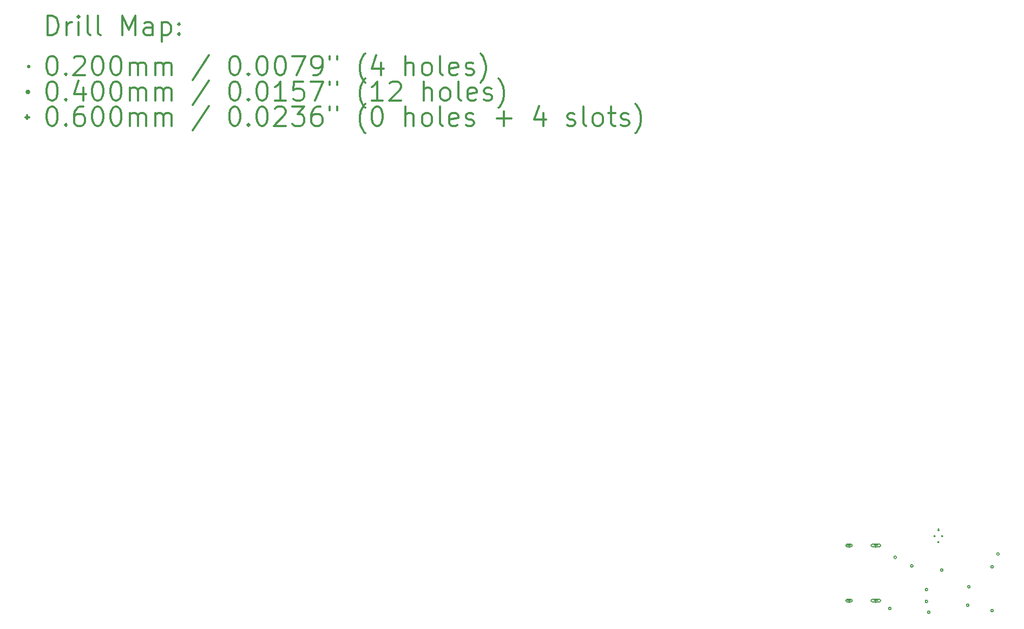
<source format=gbr>
%FSLAX45Y45*%
G04 Gerber Fmt 4.5, Leading zero omitted, Abs format (unit mm)*
G04 Created by KiCad (PCBNEW (5.1.10-1-10_14)) date 2021-09-30 00:00:13*
%MOMM*%
%LPD*%
G01*
G04 APERTURE LIST*
%ADD10C,0.200000*%
%ADD11C,0.300000*%
G04 APERTURE END LIST*
D10*
X14156500Y-8295800D02*
X14176500Y-8315800D01*
X14176500Y-8295800D02*
X14156500Y-8315800D01*
X14214000Y-8200800D02*
X14234000Y-8220800D01*
X14234000Y-8200800D02*
X14214000Y-8220800D01*
X14214000Y-8390800D02*
X14234000Y-8410800D01*
X14234000Y-8390800D02*
X14214000Y-8410800D01*
X14271500Y-8295800D02*
X14291500Y-8315800D01*
X14291500Y-8295800D02*
X14271500Y-8315800D01*
X13482000Y-9443720D02*
G75*
G03*
X13482000Y-9443720I-20000J0D01*
G01*
X13566980Y-8642460D02*
G75*
G03*
X13566980Y-8642460I-20000J0D01*
G01*
X13827440Y-8775700D02*
G75*
G03*
X13827440Y-8775700I-20000J0D01*
G01*
X14056040Y-9146540D02*
G75*
G03*
X14056040Y-9146540I-20000J0D01*
G01*
X14056040Y-9331960D02*
G75*
G03*
X14056040Y-9331960I-20000J0D01*
G01*
X14091600Y-9499600D02*
G75*
G03*
X14091600Y-9499600I-20000J0D01*
G01*
X14294800Y-8839200D02*
G75*
G03*
X14294800Y-8839200I-20000J0D01*
G01*
X14701200Y-9393900D02*
G75*
G03*
X14701200Y-9393900I-20000J0D01*
G01*
X14718400Y-9101400D02*
G75*
G03*
X14718400Y-9101400I-20000J0D01*
G01*
X15082200Y-8788400D02*
G75*
G03*
X15082200Y-8788400I-20000J0D01*
G01*
X15082200Y-9474200D02*
G75*
G03*
X15082200Y-9474200I-20000J0D01*
G01*
X15176180Y-8590000D02*
G75*
G03*
X15176180Y-8590000I-20000J0D01*
G01*
X12826140Y-8425460D02*
X12826140Y-8485460D01*
X12796140Y-8455460D02*
X12856140Y-8455460D01*
X12856140Y-8435460D02*
X12796140Y-8435460D01*
X12856140Y-8475460D02*
X12796140Y-8475460D01*
X12796140Y-8435460D02*
G75*
G03*
X12796140Y-8475460I0J-20000D01*
G01*
X12856140Y-8475460D02*
G75*
G03*
X12856140Y-8435460I0J20000D01*
G01*
X12826140Y-9289460D02*
X12826140Y-9349460D01*
X12796140Y-9319460D02*
X12856140Y-9319460D01*
X12856140Y-9299460D02*
X12796140Y-9299460D01*
X12856140Y-9339460D02*
X12796140Y-9339460D01*
X12796140Y-9299460D02*
G75*
G03*
X12796140Y-9339460I0J-20000D01*
G01*
X12856140Y-9339460D02*
G75*
G03*
X12856140Y-9299460I0J20000D01*
G01*
X13244140Y-8425460D02*
X13244140Y-8485460D01*
X13214140Y-8455460D02*
X13274140Y-8455460D01*
X13299140Y-8435460D02*
X13189140Y-8435460D01*
X13299140Y-8475460D02*
X13189140Y-8475460D01*
X13189140Y-8435460D02*
G75*
G03*
X13189140Y-8475460I0J-20000D01*
G01*
X13299140Y-8475460D02*
G75*
G03*
X13299140Y-8435460I0J20000D01*
G01*
X13244140Y-9289460D02*
X13244140Y-9349460D01*
X13214140Y-9319460D02*
X13274140Y-9319460D01*
X13299140Y-9299460D02*
X13189140Y-9299460D01*
X13299140Y-9339460D02*
X13189140Y-9339460D01*
X13189140Y-9299460D02*
G75*
G03*
X13189140Y-9339460I0J-20000D01*
G01*
X13299140Y-9339460D02*
G75*
G03*
X13299140Y-9299460I0J20000D01*
G01*
D11*
X286429Y-465714D02*
X286429Y-165714D01*
X357857Y-165714D01*
X400714Y-180000D01*
X429286Y-208571D01*
X443571Y-237143D01*
X457857Y-294286D01*
X457857Y-337143D01*
X443571Y-394286D01*
X429286Y-422857D01*
X400714Y-451428D01*
X357857Y-465714D01*
X286429Y-465714D01*
X586429Y-465714D02*
X586429Y-265714D01*
X586429Y-322857D02*
X600714Y-294286D01*
X615000Y-280000D01*
X643571Y-265714D01*
X672143Y-265714D01*
X772143Y-465714D02*
X772143Y-265714D01*
X772143Y-165714D02*
X757857Y-180000D01*
X772143Y-194286D01*
X786428Y-180000D01*
X772143Y-165714D01*
X772143Y-194286D01*
X957857Y-465714D02*
X929286Y-451428D01*
X915000Y-422857D01*
X915000Y-165714D01*
X1115000Y-465714D02*
X1086429Y-451428D01*
X1072143Y-422857D01*
X1072143Y-165714D01*
X1457857Y-465714D02*
X1457857Y-165714D01*
X1557857Y-380000D01*
X1657857Y-165714D01*
X1657857Y-465714D01*
X1929286Y-465714D02*
X1929286Y-308571D01*
X1915000Y-280000D01*
X1886428Y-265714D01*
X1829286Y-265714D01*
X1800714Y-280000D01*
X1929286Y-451428D02*
X1900714Y-465714D01*
X1829286Y-465714D01*
X1800714Y-451428D01*
X1786428Y-422857D01*
X1786428Y-394286D01*
X1800714Y-365714D01*
X1829286Y-351428D01*
X1900714Y-351428D01*
X1929286Y-337143D01*
X2072143Y-265714D02*
X2072143Y-565714D01*
X2072143Y-280000D02*
X2100714Y-265714D01*
X2157857Y-265714D01*
X2186429Y-280000D01*
X2200714Y-294286D01*
X2215000Y-322857D01*
X2215000Y-408571D01*
X2200714Y-437143D01*
X2186429Y-451428D01*
X2157857Y-465714D01*
X2100714Y-465714D01*
X2072143Y-451428D01*
X2343571Y-437143D02*
X2357857Y-451428D01*
X2343571Y-465714D01*
X2329286Y-451428D01*
X2343571Y-437143D01*
X2343571Y-465714D01*
X2343571Y-280000D02*
X2357857Y-294286D01*
X2343571Y-308571D01*
X2329286Y-294286D01*
X2343571Y-280000D01*
X2343571Y-308571D01*
X-20000Y-950000D02*
X0Y-970000D01*
X0Y-950000D02*
X-20000Y-970000D01*
X343571Y-795714D02*
X372143Y-795714D01*
X400714Y-810000D01*
X415000Y-824286D01*
X429286Y-852857D01*
X443571Y-910000D01*
X443571Y-981428D01*
X429286Y-1038571D01*
X415000Y-1067143D01*
X400714Y-1081429D01*
X372143Y-1095714D01*
X343571Y-1095714D01*
X315000Y-1081429D01*
X300714Y-1067143D01*
X286429Y-1038571D01*
X272143Y-981428D01*
X272143Y-910000D01*
X286429Y-852857D01*
X300714Y-824286D01*
X315000Y-810000D01*
X343571Y-795714D01*
X572143Y-1067143D02*
X586429Y-1081429D01*
X572143Y-1095714D01*
X557857Y-1081429D01*
X572143Y-1067143D01*
X572143Y-1095714D01*
X700714Y-824286D02*
X715000Y-810000D01*
X743571Y-795714D01*
X815000Y-795714D01*
X843571Y-810000D01*
X857857Y-824286D01*
X872143Y-852857D01*
X872143Y-881428D01*
X857857Y-924286D01*
X686429Y-1095714D01*
X872143Y-1095714D01*
X1057857Y-795714D02*
X1086429Y-795714D01*
X1115000Y-810000D01*
X1129286Y-824286D01*
X1143571Y-852857D01*
X1157857Y-910000D01*
X1157857Y-981428D01*
X1143571Y-1038571D01*
X1129286Y-1067143D01*
X1115000Y-1081429D01*
X1086429Y-1095714D01*
X1057857Y-1095714D01*
X1029286Y-1081429D01*
X1015000Y-1067143D01*
X1000714Y-1038571D01*
X986428Y-981428D01*
X986428Y-910000D01*
X1000714Y-852857D01*
X1015000Y-824286D01*
X1029286Y-810000D01*
X1057857Y-795714D01*
X1343571Y-795714D02*
X1372143Y-795714D01*
X1400714Y-810000D01*
X1415000Y-824286D01*
X1429286Y-852857D01*
X1443571Y-910000D01*
X1443571Y-981428D01*
X1429286Y-1038571D01*
X1415000Y-1067143D01*
X1400714Y-1081429D01*
X1372143Y-1095714D01*
X1343571Y-1095714D01*
X1315000Y-1081429D01*
X1300714Y-1067143D01*
X1286429Y-1038571D01*
X1272143Y-981428D01*
X1272143Y-910000D01*
X1286429Y-852857D01*
X1300714Y-824286D01*
X1315000Y-810000D01*
X1343571Y-795714D01*
X1572143Y-1095714D02*
X1572143Y-895714D01*
X1572143Y-924286D02*
X1586428Y-910000D01*
X1615000Y-895714D01*
X1657857Y-895714D01*
X1686428Y-910000D01*
X1700714Y-938571D01*
X1700714Y-1095714D01*
X1700714Y-938571D02*
X1715000Y-910000D01*
X1743571Y-895714D01*
X1786428Y-895714D01*
X1815000Y-910000D01*
X1829286Y-938571D01*
X1829286Y-1095714D01*
X1972143Y-1095714D02*
X1972143Y-895714D01*
X1972143Y-924286D02*
X1986428Y-910000D01*
X2015000Y-895714D01*
X2057857Y-895714D01*
X2086428Y-910000D01*
X2100714Y-938571D01*
X2100714Y-1095714D01*
X2100714Y-938571D02*
X2115000Y-910000D01*
X2143571Y-895714D01*
X2186429Y-895714D01*
X2215000Y-910000D01*
X2229286Y-938571D01*
X2229286Y-1095714D01*
X2815000Y-781428D02*
X2557857Y-1167143D01*
X3200714Y-795714D02*
X3229286Y-795714D01*
X3257857Y-810000D01*
X3272143Y-824286D01*
X3286428Y-852857D01*
X3300714Y-910000D01*
X3300714Y-981428D01*
X3286428Y-1038571D01*
X3272143Y-1067143D01*
X3257857Y-1081429D01*
X3229286Y-1095714D01*
X3200714Y-1095714D01*
X3172143Y-1081429D01*
X3157857Y-1067143D01*
X3143571Y-1038571D01*
X3129286Y-981428D01*
X3129286Y-910000D01*
X3143571Y-852857D01*
X3157857Y-824286D01*
X3172143Y-810000D01*
X3200714Y-795714D01*
X3429286Y-1067143D02*
X3443571Y-1081429D01*
X3429286Y-1095714D01*
X3415000Y-1081429D01*
X3429286Y-1067143D01*
X3429286Y-1095714D01*
X3629286Y-795714D02*
X3657857Y-795714D01*
X3686428Y-810000D01*
X3700714Y-824286D01*
X3715000Y-852857D01*
X3729286Y-910000D01*
X3729286Y-981428D01*
X3715000Y-1038571D01*
X3700714Y-1067143D01*
X3686428Y-1081429D01*
X3657857Y-1095714D01*
X3629286Y-1095714D01*
X3600714Y-1081429D01*
X3586428Y-1067143D01*
X3572143Y-1038571D01*
X3557857Y-981428D01*
X3557857Y-910000D01*
X3572143Y-852857D01*
X3586428Y-824286D01*
X3600714Y-810000D01*
X3629286Y-795714D01*
X3915000Y-795714D02*
X3943571Y-795714D01*
X3972143Y-810000D01*
X3986428Y-824286D01*
X4000714Y-852857D01*
X4015000Y-910000D01*
X4015000Y-981428D01*
X4000714Y-1038571D01*
X3986428Y-1067143D01*
X3972143Y-1081429D01*
X3943571Y-1095714D01*
X3915000Y-1095714D01*
X3886428Y-1081429D01*
X3872143Y-1067143D01*
X3857857Y-1038571D01*
X3843571Y-981428D01*
X3843571Y-910000D01*
X3857857Y-852857D01*
X3872143Y-824286D01*
X3886428Y-810000D01*
X3915000Y-795714D01*
X4115000Y-795714D02*
X4315000Y-795714D01*
X4186428Y-1095714D01*
X4443571Y-1095714D02*
X4500714Y-1095714D01*
X4529286Y-1081429D01*
X4543571Y-1067143D01*
X4572143Y-1024286D01*
X4586429Y-967143D01*
X4586429Y-852857D01*
X4572143Y-824286D01*
X4557857Y-810000D01*
X4529286Y-795714D01*
X4472143Y-795714D01*
X4443571Y-810000D01*
X4429286Y-824286D01*
X4415000Y-852857D01*
X4415000Y-924286D01*
X4429286Y-952857D01*
X4443571Y-967143D01*
X4472143Y-981428D01*
X4529286Y-981428D01*
X4557857Y-967143D01*
X4572143Y-952857D01*
X4586429Y-924286D01*
X4700714Y-795714D02*
X4700714Y-852857D01*
X4815000Y-795714D02*
X4815000Y-852857D01*
X5257857Y-1210000D02*
X5243571Y-1195714D01*
X5215000Y-1152857D01*
X5200714Y-1124286D01*
X5186429Y-1081429D01*
X5172143Y-1010000D01*
X5172143Y-952857D01*
X5186429Y-881428D01*
X5200714Y-838571D01*
X5215000Y-810000D01*
X5243571Y-767143D01*
X5257857Y-752857D01*
X5500714Y-895714D02*
X5500714Y-1095714D01*
X5429286Y-781428D02*
X5357857Y-995714D01*
X5543571Y-995714D01*
X5886428Y-1095714D02*
X5886428Y-795714D01*
X6015000Y-1095714D02*
X6015000Y-938571D01*
X6000714Y-910000D01*
X5972143Y-895714D01*
X5929286Y-895714D01*
X5900714Y-910000D01*
X5886428Y-924286D01*
X6200714Y-1095714D02*
X6172143Y-1081429D01*
X6157857Y-1067143D01*
X6143571Y-1038571D01*
X6143571Y-952857D01*
X6157857Y-924286D01*
X6172143Y-910000D01*
X6200714Y-895714D01*
X6243571Y-895714D01*
X6272143Y-910000D01*
X6286428Y-924286D01*
X6300714Y-952857D01*
X6300714Y-1038571D01*
X6286428Y-1067143D01*
X6272143Y-1081429D01*
X6243571Y-1095714D01*
X6200714Y-1095714D01*
X6472143Y-1095714D02*
X6443571Y-1081429D01*
X6429286Y-1052857D01*
X6429286Y-795714D01*
X6700714Y-1081429D02*
X6672143Y-1095714D01*
X6615000Y-1095714D01*
X6586428Y-1081429D01*
X6572143Y-1052857D01*
X6572143Y-938571D01*
X6586428Y-910000D01*
X6615000Y-895714D01*
X6672143Y-895714D01*
X6700714Y-910000D01*
X6715000Y-938571D01*
X6715000Y-967143D01*
X6572143Y-995714D01*
X6829286Y-1081429D02*
X6857857Y-1095714D01*
X6915000Y-1095714D01*
X6943571Y-1081429D01*
X6957857Y-1052857D01*
X6957857Y-1038571D01*
X6943571Y-1010000D01*
X6915000Y-995714D01*
X6872143Y-995714D01*
X6843571Y-981428D01*
X6829286Y-952857D01*
X6829286Y-938571D01*
X6843571Y-910000D01*
X6872143Y-895714D01*
X6915000Y-895714D01*
X6943571Y-910000D01*
X7057857Y-1210000D02*
X7072143Y-1195714D01*
X7100714Y-1152857D01*
X7115000Y-1124286D01*
X7129286Y-1081429D01*
X7143571Y-1010000D01*
X7143571Y-952857D01*
X7129286Y-881428D01*
X7115000Y-838571D01*
X7100714Y-810000D01*
X7072143Y-767143D01*
X7057857Y-752857D01*
X0Y-1356000D02*
G75*
G03*
X0Y-1356000I-20000J0D01*
G01*
X343571Y-1191714D02*
X372143Y-1191714D01*
X400714Y-1206000D01*
X415000Y-1220286D01*
X429286Y-1248857D01*
X443571Y-1306000D01*
X443571Y-1377429D01*
X429286Y-1434571D01*
X415000Y-1463143D01*
X400714Y-1477428D01*
X372143Y-1491714D01*
X343571Y-1491714D01*
X315000Y-1477428D01*
X300714Y-1463143D01*
X286429Y-1434571D01*
X272143Y-1377429D01*
X272143Y-1306000D01*
X286429Y-1248857D01*
X300714Y-1220286D01*
X315000Y-1206000D01*
X343571Y-1191714D01*
X572143Y-1463143D02*
X586429Y-1477428D01*
X572143Y-1491714D01*
X557857Y-1477428D01*
X572143Y-1463143D01*
X572143Y-1491714D01*
X843571Y-1291714D02*
X843571Y-1491714D01*
X772143Y-1177429D02*
X700714Y-1391714D01*
X886428Y-1391714D01*
X1057857Y-1191714D02*
X1086429Y-1191714D01*
X1115000Y-1206000D01*
X1129286Y-1220286D01*
X1143571Y-1248857D01*
X1157857Y-1306000D01*
X1157857Y-1377429D01*
X1143571Y-1434571D01*
X1129286Y-1463143D01*
X1115000Y-1477428D01*
X1086429Y-1491714D01*
X1057857Y-1491714D01*
X1029286Y-1477428D01*
X1015000Y-1463143D01*
X1000714Y-1434571D01*
X986428Y-1377429D01*
X986428Y-1306000D01*
X1000714Y-1248857D01*
X1015000Y-1220286D01*
X1029286Y-1206000D01*
X1057857Y-1191714D01*
X1343571Y-1191714D02*
X1372143Y-1191714D01*
X1400714Y-1206000D01*
X1415000Y-1220286D01*
X1429286Y-1248857D01*
X1443571Y-1306000D01*
X1443571Y-1377429D01*
X1429286Y-1434571D01*
X1415000Y-1463143D01*
X1400714Y-1477428D01*
X1372143Y-1491714D01*
X1343571Y-1491714D01*
X1315000Y-1477428D01*
X1300714Y-1463143D01*
X1286429Y-1434571D01*
X1272143Y-1377429D01*
X1272143Y-1306000D01*
X1286429Y-1248857D01*
X1300714Y-1220286D01*
X1315000Y-1206000D01*
X1343571Y-1191714D01*
X1572143Y-1491714D02*
X1572143Y-1291714D01*
X1572143Y-1320286D02*
X1586428Y-1306000D01*
X1615000Y-1291714D01*
X1657857Y-1291714D01*
X1686428Y-1306000D01*
X1700714Y-1334571D01*
X1700714Y-1491714D01*
X1700714Y-1334571D02*
X1715000Y-1306000D01*
X1743571Y-1291714D01*
X1786428Y-1291714D01*
X1815000Y-1306000D01*
X1829286Y-1334571D01*
X1829286Y-1491714D01*
X1972143Y-1491714D02*
X1972143Y-1291714D01*
X1972143Y-1320286D02*
X1986428Y-1306000D01*
X2015000Y-1291714D01*
X2057857Y-1291714D01*
X2086428Y-1306000D01*
X2100714Y-1334571D01*
X2100714Y-1491714D01*
X2100714Y-1334571D02*
X2115000Y-1306000D01*
X2143571Y-1291714D01*
X2186429Y-1291714D01*
X2215000Y-1306000D01*
X2229286Y-1334571D01*
X2229286Y-1491714D01*
X2815000Y-1177429D02*
X2557857Y-1563143D01*
X3200714Y-1191714D02*
X3229286Y-1191714D01*
X3257857Y-1206000D01*
X3272143Y-1220286D01*
X3286428Y-1248857D01*
X3300714Y-1306000D01*
X3300714Y-1377429D01*
X3286428Y-1434571D01*
X3272143Y-1463143D01*
X3257857Y-1477428D01*
X3229286Y-1491714D01*
X3200714Y-1491714D01*
X3172143Y-1477428D01*
X3157857Y-1463143D01*
X3143571Y-1434571D01*
X3129286Y-1377429D01*
X3129286Y-1306000D01*
X3143571Y-1248857D01*
X3157857Y-1220286D01*
X3172143Y-1206000D01*
X3200714Y-1191714D01*
X3429286Y-1463143D02*
X3443571Y-1477428D01*
X3429286Y-1491714D01*
X3415000Y-1477428D01*
X3429286Y-1463143D01*
X3429286Y-1491714D01*
X3629286Y-1191714D02*
X3657857Y-1191714D01*
X3686428Y-1206000D01*
X3700714Y-1220286D01*
X3715000Y-1248857D01*
X3729286Y-1306000D01*
X3729286Y-1377429D01*
X3715000Y-1434571D01*
X3700714Y-1463143D01*
X3686428Y-1477428D01*
X3657857Y-1491714D01*
X3629286Y-1491714D01*
X3600714Y-1477428D01*
X3586428Y-1463143D01*
X3572143Y-1434571D01*
X3557857Y-1377429D01*
X3557857Y-1306000D01*
X3572143Y-1248857D01*
X3586428Y-1220286D01*
X3600714Y-1206000D01*
X3629286Y-1191714D01*
X4015000Y-1491714D02*
X3843571Y-1491714D01*
X3929286Y-1491714D02*
X3929286Y-1191714D01*
X3900714Y-1234571D01*
X3872143Y-1263143D01*
X3843571Y-1277429D01*
X4286429Y-1191714D02*
X4143571Y-1191714D01*
X4129286Y-1334571D01*
X4143571Y-1320286D01*
X4172143Y-1306000D01*
X4243571Y-1306000D01*
X4272143Y-1320286D01*
X4286429Y-1334571D01*
X4300714Y-1363143D01*
X4300714Y-1434571D01*
X4286429Y-1463143D01*
X4272143Y-1477428D01*
X4243571Y-1491714D01*
X4172143Y-1491714D01*
X4143571Y-1477428D01*
X4129286Y-1463143D01*
X4400714Y-1191714D02*
X4600714Y-1191714D01*
X4472143Y-1491714D01*
X4700714Y-1191714D02*
X4700714Y-1248857D01*
X4815000Y-1191714D02*
X4815000Y-1248857D01*
X5257857Y-1606000D02*
X5243571Y-1591714D01*
X5215000Y-1548857D01*
X5200714Y-1520286D01*
X5186429Y-1477428D01*
X5172143Y-1406000D01*
X5172143Y-1348857D01*
X5186429Y-1277429D01*
X5200714Y-1234571D01*
X5215000Y-1206000D01*
X5243571Y-1163143D01*
X5257857Y-1148857D01*
X5529286Y-1491714D02*
X5357857Y-1491714D01*
X5443571Y-1491714D02*
X5443571Y-1191714D01*
X5415000Y-1234571D01*
X5386429Y-1263143D01*
X5357857Y-1277429D01*
X5643571Y-1220286D02*
X5657857Y-1206000D01*
X5686428Y-1191714D01*
X5757857Y-1191714D01*
X5786428Y-1206000D01*
X5800714Y-1220286D01*
X5815000Y-1248857D01*
X5815000Y-1277429D01*
X5800714Y-1320286D01*
X5629286Y-1491714D01*
X5815000Y-1491714D01*
X6172143Y-1491714D02*
X6172143Y-1191714D01*
X6300714Y-1491714D02*
X6300714Y-1334571D01*
X6286428Y-1306000D01*
X6257857Y-1291714D01*
X6215000Y-1291714D01*
X6186428Y-1306000D01*
X6172143Y-1320286D01*
X6486428Y-1491714D02*
X6457857Y-1477428D01*
X6443571Y-1463143D01*
X6429286Y-1434571D01*
X6429286Y-1348857D01*
X6443571Y-1320286D01*
X6457857Y-1306000D01*
X6486428Y-1291714D01*
X6529286Y-1291714D01*
X6557857Y-1306000D01*
X6572143Y-1320286D01*
X6586428Y-1348857D01*
X6586428Y-1434571D01*
X6572143Y-1463143D01*
X6557857Y-1477428D01*
X6529286Y-1491714D01*
X6486428Y-1491714D01*
X6757857Y-1491714D02*
X6729286Y-1477428D01*
X6715000Y-1448857D01*
X6715000Y-1191714D01*
X6986428Y-1477428D02*
X6957857Y-1491714D01*
X6900714Y-1491714D01*
X6872143Y-1477428D01*
X6857857Y-1448857D01*
X6857857Y-1334571D01*
X6872143Y-1306000D01*
X6900714Y-1291714D01*
X6957857Y-1291714D01*
X6986428Y-1306000D01*
X7000714Y-1334571D01*
X7000714Y-1363143D01*
X6857857Y-1391714D01*
X7115000Y-1477428D02*
X7143571Y-1491714D01*
X7200714Y-1491714D01*
X7229286Y-1477428D01*
X7243571Y-1448857D01*
X7243571Y-1434571D01*
X7229286Y-1406000D01*
X7200714Y-1391714D01*
X7157857Y-1391714D01*
X7129286Y-1377429D01*
X7115000Y-1348857D01*
X7115000Y-1334571D01*
X7129286Y-1306000D01*
X7157857Y-1291714D01*
X7200714Y-1291714D01*
X7229286Y-1306000D01*
X7343571Y-1606000D02*
X7357857Y-1591714D01*
X7386428Y-1548857D01*
X7400714Y-1520286D01*
X7415000Y-1477428D01*
X7429286Y-1406000D01*
X7429286Y-1348857D01*
X7415000Y-1277429D01*
X7400714Y-1234571D01*
X7386428Y-1206000D01*
X7357857Y-1163143D01*
X7343571Y-1148857D01*
X-30000Y-1722000D02*
X-30000Y-1782000D01*
X-60000Y-1752000D02*
X0Y-1752000D01*
X343571Y-1587714D02*
X372143Y-1587714D01*
X400714Y-1602000D01*
X415000Y-1616286D01*
X429286Y-1644857D01*
X443571Y-1702000D01*
X443571Y-1773428D01*
X429286Y-1830571D01*
X415000Y-1859143D01*
X400714Y-1873428D01*
X372143Y-1887714D01*
X343571Y-1887714D01*
X315000Y-1873428D01*
X300714Y-1859143D01*
X286429Y-1830571D01*
X272143Y-1773428D01*
X272143Y-1702000D01*
X286429Y-1644857D01*
X300714Y-1616286D01*
X315000Y-1602000D01*
X343571Y-1587714D01*
X572143Y-1859143D02*
X586429Y-1873428D01*
X572143Y-1887714D01*
X557857Y-1873428D01*
X572143Y-1859143D01*
X572143Y-1887714D01*
X843571Y-1587714D02*
X786428Y-1587714D01*
X757857Y-1602000D01*
X743571Y-1616286D01*
X715000Y-1659143D01*
X700714Y-1716286D01*
X700714Y-1830571D01*
X715000Y-1859143D01*
X729286Y-1873428D01*
X757857Y-1887714D01*
X815000Y-1887714D01*
X843571Y-1873428D01*
X857857Y-1859143D01*
X872143Y-1830571D01*
X872143Y-1759143D01*
X857857Y-1730571D01*
X843571Y-1716286D01*
X815000Y-1702000D01*
X757857Y-1702000D01*
X729286Y-1716286D01*
X715000Y-1730571D01*
X700714Y-1759143D01*
X1057857Y-1587714D02*
X1086429Y-1587714D01*
X1115000Y-1602000D01*
X1129286Y-1616286D01*
X1143571Y-1644857D01*
X1157857Y-1702000D01*
X1157857Y-1773428D01*
X1143571Y-1830571D01*
X1129286Y-1859143D01*
X1115000Y-1873428D01*
X1086429Y-1887714D01*
X1057857Y-1887714D01*
X1029286Y-1873428D01*
X1015000Y-1859143D01*
X1000714Y-1830571D01*
X986428Y-1773428D01*
X986428Y-1702000D01*
X1000714Y-1644857D01*
X1015000Y-1616286D01*
X1029286Y-1602000D01*
X1057857Y-1587714D01*
X1343571Y-1587714D02*
X1372143Y-1587714D01*
X1400714Y-1602000D01*
X1415000Y-1616286D01*
X1429286Y-1644857D01*
X1443571Y-1702000D01*
X1443571Y-1773428D01*
X1429286Y-1830571D01*
X1415000Y-1859143D01*
X1400714Y-1873428D01*
X1372143Y-1887714D01*
X1343571Y-1887714D01*
X1315000Y-1873428D01*
X1300714Y-1859143D01*
X1286429Y-1830571D01*
X1272143Y-1773428D01*
X1272143Y-1702000D01*
X1286429Y-1644857D01*
X1300714Y-1616286D01*
X1315000Y-1602000D01*
X1343571Y-1587714D01*
X1572143Y-1887714D02*
X1572143Y-1687714D01*
X1572143Y-1716286D02*
X1586428Y-1702000D01*
X1615000Y-1687714D01*
X1657857Y-1687714D01*
X1686428Y-1702000D01*
X1700714Y-1730571D01*
X1700714Y-1887714D01*
X1700714Y-1730571D02*
X1715000Y-1702000D01*
X1743571Y-1687714D01*
X1786428Y-1687714D01*
X1815000Y-1702000D01*
X1829286Y-1730571D01*
X1829286Y-1887714D01*
X1972143Y-1887714D02*
X1972143Y-1687714D01*
X1972143Y-1716286D02*
X1986428Y-1702000D01*
X2015000Y-1687714D01*
X2057857Y-1687714D01*
X2086428Y-1702000D01*
X2100714Y-1730571D01*
X2100714Y-1887714D01*
X2100714Y-1730571D02*
X2115000Y-1702000D01*
X2143571Y-1687714D01*
X2186429Y-1687714D01*
X2215000Y-1702000D01*
X2229286Y-1730571D01*
X2229286Y-1887714D01*
X2815000Y-1573428D02*
X2557857Y-1959143D01*
X3200714Y-1587714D02*
X3229286Y-1587714D01*
X3257857Y-1602000D01*
X3272143Y-1616286D01*
X3286428Y-1644857D01*
X3300714Y-1702000D01*
X3300714Y-1773428D01*
X3286428Y-1830571D01*
X3272143Y-1859143D01*
X3257857Y-1873428D01*
X3229286Y-1887714D01*
X3200714Y-1887714D01*
X3172143Y-1873428D01*
X3157857Y-1859143D01*
X3143571Y-1830571D01*
X3129286Y-1773428D01*
X3129286Y-1702000D01*
X3143571Y-1644857D01*
X3157857Y-1616286D01*
X3172143Y-1602000D01*
X3200714Y-1587714D01*
X3429286Y-1859143D02*
X3443571Y-1873428D01*
X3429286Y-1887714D01*
X3415000Y-1873428D01*
X3429286Y-1859143D01*
X3429286Y-1887714D01*
X3629286Y-1587714D02*
X3657857Y-1587714D01*
X3686428Y-1602000D01*
X3700714Y-1616286D01*
X3715000Y-1644857D01*
X3729286Y-1702000D01*
X3729286Y-1773428D01*
X3715000Y-1830571D01*
X3700714Y-1859143D01*
X3686428Y-1873428D01*
X3657857Y-1887714D01*
X3629286Y-1887714D01*
X3600714Y-1873428D01*
X3586428Y-1859143D01*
X3572143Y-1830571D01*
X3557857Y-1773428D01*
X3557857Y-1702000D01*
X3572143Y-1644857D01*
X3586428Y-1616286D01*
X3600714Y-1602000D01*
X3629286Y-1587714D01*
X3843571Y-1616286D02*
X3857857Y-1602000D01*
X3886428Y-1587714D01*
X3957857Y-1587714D01*
X3986428Y-1602000D01*
X4000714Y-1616286D01*
X4015000Y-1644857D01*
X4015000Y-1673428D01*
X4000714Y-1716286D01*
X3829286Y-1887714D01*
X4015000Y-1887714D01*
X4115000Y-1587714D02*
X4300714Y-1587714D01*
X4200714Y-1702000D01*
X4243571Y-1702000D01*
X4272143Y-1716286D01*
X4286429Y-1730571D01*
X4300714Y-1759143D01*
X4300714Y-1830571D01*
X4286429Y-1859143D01*
X4272143Y-1873428D01*
X4243571Y-1887714D01*
X4157857Y-1887714D01*
X4129286Y-1873428D01*
X4115000Y-1859143D01*
X4557857Y-1587714D02*
X4500714Y-1587714D01*
X4472143Y-1602000D01*
X4457857Y-1616286D01*
X4429286Y-1659143D01*
X4415000Y-1716286D01*
X4415000Y-1830571D01*
X4429286Y-1859143D01*
X4443571Y-1873428D01*
X4472143Y-1887714D01*
X4529286Y-1887714D01*
X4557857Y-1873428D01*
X4572143Y-1859143D01*
X4586429Y-1830571D01*
X4586429Y-1759143D01*
X4572143Y-1730571D01*
X4557857Y-1716286D01*
X4529286Y-1702000D01*
X4472143Y-1702000D01*
X4443571Y-1716286D01*
X4429286Y-1730571D01*
X4415000Y-1759143D01*
X4700714Y-1587714D02*
X4700714Y-1644857D01*
X4815000Y-1587714D02*
X4815000Y-1644857D01*
X5257857Y-2002000D02*
X5243571Y-1987714D01*
X5215000Y-1944857D01*
X5200714Y-1916286D01*
X5186429Y-1873428D01*
X5172143Y-1802000D01*
X5172143Y-1744857D01*
X5186429Y-1673428D01*
X5200714Y-1630571D01*
X5215000Y-1602000D01*
X5243571Y-1559143D01*
X5257857Y-1544857D01*
X5429286Y-1587714D02*
X5457857Y-1587714D01*
X5486429Y-1602000D01*
X5500714Y-1616286D01*
X5515000Y-1644857D01*
X5529286Y-1702000D01*
X5529286Y-1773428D01*
X5515000Y-1830571D01*
X5500714Y-1859143D01*
X5486429Y-1873428D01*
X5457857Y-1887714D01*
X5429286Y-1887714D01*
X5400714Y-1873428D01*
X5386429Y-1859143D01*
X5372143Y-1830571D01*
X5357857Y-1773428D01*
X5357857Y-1702000D01*
X5372143Y-1644857D01*
X5386429Y-1616286D01*
X5400714Y-1602000D01*
X5429286Y-1587714D01*
X5886428Y-1887714D02*
X5886428Y-1587714D01*
X6015000Y-1887714D02*
X6015000Y-1730571D01*
X6000714Y-1702000D01*
X5972143Y-1687714D01*
X5929286Y-1687714D01*
X5900714Y-1702000D01*
X5886428Y-1716286D01*
X6200714Y-1887714D02*
X6172143Y-1873428D01*
X6157857Y-1859143D01*
X6143571Y-1830571D01*
X6143571Y-1744857D01*
X6157857Y-1716286D01*
X6172143Y-1702000D01*
X6200714Y-1687714D01*
X6243571Y-1687714D01*
X6272143Y-1702000D01*
X6286428Y-1716286D01*
X6300714Y-1744857D01*
X6300714Y-1830571D01*
X6286428Y-1859143D01*
X6272143Y-1873428D01*
X6243571Y-1887714D01*
X6200714Y-1887714D01*
X6472143Y-1887714D02*
X6443571Y-1873428D01*
X6429286Y-1844857D01*
X6429286Y-1587714D01*
X6700714Y-1873428D02*
X6672143Y-1887714D01*
X6615000Y-1887714D01*
X6586428Y-1873428D01*
X6572143Y-1844857D01*
X6572143Y-1730571D01*
X6586428Y-1702000D01*
X6615000Y-1687714D01*
X6672143Y-1687714D01*
X6700714Y-1702000D01*
X6715000Y-1730571D01*
X6715000Y-1759143D01*
X6572143Y-1787714D01*
X6829286Y-1873428D02*
X6857857Y-1887714D01*
X6915000Y-1887714D01*
X6943571Y-1873428D01*
X6957857Y-1844857D01*
X6957857Y-1830571D01*
X6943571Y-1802000D01*
X6915000Y-1787714D01*
X6872143Y-1787714D01*
X6843571Y-1773428D01*
X6829286Y-1744857D01*
X6829286Y-1730571D01*
X6843571Y-1702000D01*
X6872143Y-1687714D01*
X6915000Y-1687714D01*
X6943571Y-1702000D01*
X7315000Y-1773428D02*
X7543571Y-1773428D01*
X7429286Y-1887714D02*
X7429286Y-1659143D01*
X8043571Y-1687714D02*
X8043571Y-1887714D01*
X7972143Y-1573428D02*
X7900714Y-1787714D01*
X8086428Y-1787714D01*
X8415000Y-1873428D02*
X8443571Y-1887714D01*
X8500714Y-1887714D01*
X8529286Y-1873428D01*
X8543571Y-1844857D01*
X8543571Y-1830571D01*
X8529286Y-1802000D01*
X8500714Y-1787714D01*
X8457857Y-1787714D01*
X8429286Y-1773428D01*
X8415000Y-1744857D01*
X8415000Y-1730571D01*
X8429286Y-1702000D01*
X8457857Y-1687714D01*
X8500714Y-1687714D01*
X8529286Y-1702000D01*
X8715000Y-1887714D02*
X8686429Y-1873428D01*
X8672143Y-1844857D01*
X8672143Y-1587714D01*
X8872143Y-1887714D02*
X8843571Y-1873428D01*
X8829286Y-1859143D01*
X8815000Y-1830571D01*
X8815000Y-1744857D01*
X8829286Y-1716286D01*
X8843571Y-1702000D01*
X8872143Y-1687714D01*
X8915000Y-1687714D01*
X8943571Y-1702000D01*
X8957857Y-1716286D01*
X8972143Y-1744857D01*
X8972143Y-1830571D01*
X8957857Y-1859143D01*
X8943571Y-1873428D01*
X8915000Y-1887714D01*
X8872143Y-1887714D01*
X9057857Y-1687714D02*
X9172143Y-1687714D01*
X9100714Y-1587714D02*
X9100714Y-1844857D01*
X9115000Y-1873428D01*
X9143571Y-1887714D01*
X9172143Y-1887714D01*
X9257857Y-1873428D02*
X9286429Y-1887714D01*
X9343571Y-1887714D01*
X9372143Y-1873428D01*
X9386429Y-1844857D01*
X9386429Y-1830571D01*
X9372143Y-1802000D01*
X9343571Y-1787714D01*
X9300714Y-1787714D01*
X9272143Y-1773428D01*
X9257857Y-1744857D01*
X9257857Y-1730571D01*
X9272143Y-1702000D01*
X9300714Y-1687714D01*
X9343571Y-1687714D01*
X9372143Y-1702000D01*
X9486429Y-2002000D02*
X9500714Y-1987714D01*
X9529286Y-1944857D01*
X9543571Y-1916286D01*
X9557857Y-1873428D01*
X9572143Y-1802000D01*
X9572143Y-1744857D01*
X9557857Y-1673428D01*
X9543571Y-1630571D01*
X9529286Y-1602000D01*
X9500714Y-1559143D01*
X9486429Y-1544857D01*
M02*

</source>
